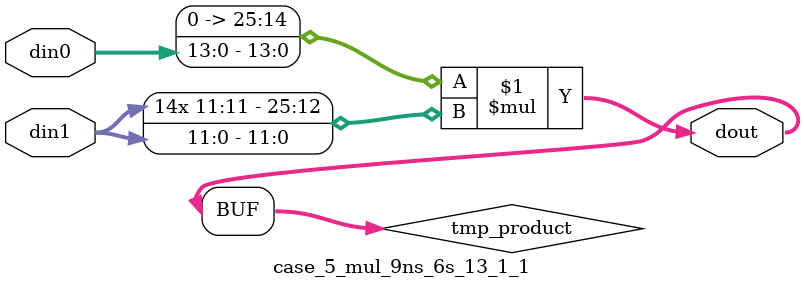
<source format=v>

`timescale 1 ns / 1 ps

 (* use_dsp = "no" *)  module case_5_mul_9ns_6s_13_1_1(din0, din1, dout);
parameter ID = 1;
parameter NUM_STAGE = 0;
parameter din0_WIDTH = 14;
parameter din1_WIDTH = 12;
parameter dout_WIDTH = 26;

input [din0_WIDTH - 1 : 0] din0; 
input [din1_WIDTH - 1 : 0] din1; 
output [dout_WIDTH - 1 : 0] dout;

wire signed [dout_WIDTH - 1 : 0] tmp_product;

























assign tmp_product = $signed({1'b0, din0}) * $signed(din1);










assign dout = tmp_product;





















endmodule

</source>
